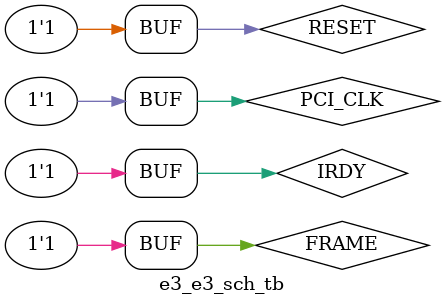
<source format=v>
`timescale 5ns / 5ns

module e3_e3_sch_tb();

// Inputs
   reg RESET;
   reg PCI_CLK;
   reg FRAME;
   reg IRDY;
   reg IDSEL;
   reg [3:0] CBE;
   reg UART_CLK;
   reg [3:0] STOP_BITS;
   reg [3:0] START_BITS;

// Output
   wire XLXN_14;
   wire XLXN_15;
   wire XLXN_16;
   wire XLXN_17;
   wire [3:0] XLXN_18;
   wire UART_OUT;

// Bidirs
   wire XLXN_19;

// Instantiate the UUT
   e3 UUT (
		.RESET(RESET), 
		.PCI_CLK(PCI_CLK), 
		.FRAME(FRAME), 
		.IRDY(IRDY), 
		.IDSEL(IDSEL), 
		.CBE(CBE), 
		.XLXN_14(XLXN_14), 
		.XLXN_15(XLXN_15), 
		.XLXN_16(XLXN_16), 
		.XLXN_17(XLXN_17), 
		.XLXN_18(XLXN_18), 
		.XLXN_19(XLXN_19), 
		.UART_CLK(UART_CLK), 
		.UART_OUT(UART_OUT), 
		.STOP_BITS(STOP_BITS), 
		.START_BITS(START_BITS)
   );
// Initialize Inputs
      initial begin
		// test code 
		RESET = 1;
		PCI_CLK = 1;
		FRAME = 1;
		IRDY = 1;
		
		end

endmodule

</source>
